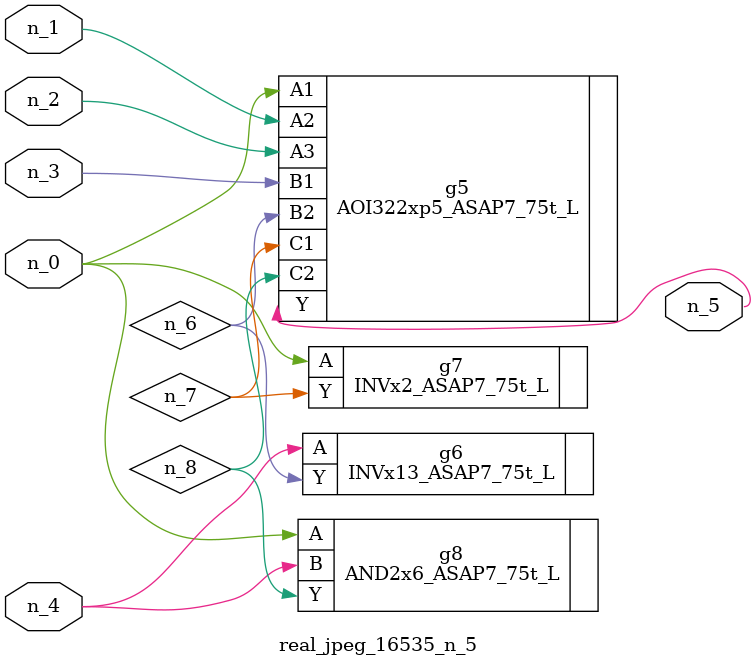
<source format=v>
module real_jpeg_16535_n_5 (n_4, n_0, n_1, n_2, n_3, n_5);

input n_4;
input n_0;
input n_1;
input n_2;
input n_3;

output n_5;

wire n_8;
wire n_6;
wire n_7;

AOI322xp5_ASAP7_75t_L g5 ( 
.A1(n_0),
.A2(n_1),
.A3(n_2),
.B1(n_3),
.B2(n_6),
.C1(n_7),
.C2(n_8),
.Y(n_5)
);

INVx2_ASAP7_75t_L g7 ( 
.A(n_0),
.Y(n_7)
);

AND2x6_ASAP7_75t_L g8 ( 
.A(n_0),
.B(n_4),
.Y(n_8)
);

INVx13_ASAP7_75t_L g6 ( 
.A(n_4),
.Y(n_6)
);


endmodule
</source>
